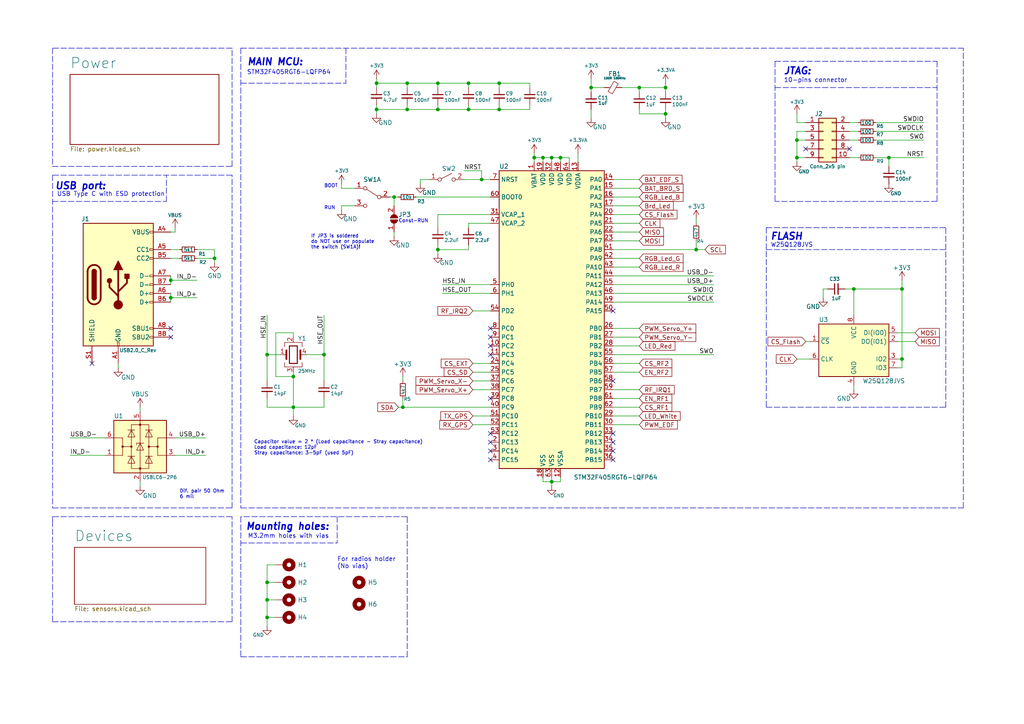
<source format=kicad_sch>
(kicad_sch (version 20211123) (generator eeschema)
  (paper "A4")
  (title_block (title "Amon board") (date "2023-02-15") (rev "2.2") (company " Tinta T.") (comment 1 "Project: Amon Lander"))
  (lib_symbols
    (symbol "Connector:USB_C_Receptacle_USB2.0" (pin_names (offset 1.016))
      (property "Reference" "J" (at -10.16 19.05 0))
      (property "Value" "USB_C_Receptacle_USB2.0" (at 19.05 19.05 0))
      (symbol "USB_C_Receptacle_USB2.0_1_1"
        (pin passive line (at 0 -22.86 90) (length 5.08) (name "GND") (number "A1"))
        (pin passive line (at 0 -22.86 90) (length 5.08) hide (name "GND") (number "A12"))
        (pin passive line (at 15.24 15.24 180) (length 5.08) (name "VBUS") (number "A4"))
        (pin bidirectional line (at 15.24 10.16 180) (length 5.08) (name "CC1") (number "A5"))
        (pin bidirectional line (at 15.24 -2.54 180) (length 5.08) (name "D+") (number "A6"))
        (pin bidirectional line (at 15.24 2.54 180) (length 5.08) (name "D-") (number "A7"))
        (pin bidirectional line (at 15.24 -12.7 180) (length 5.08) (name "SBU1") (number "A8"))
        (pin passive line (at 15.24 15.24 180) (length 5.08) hide (name "VBUS") (number "A9"))
        (pin passive line (at 0 -22.86 90) (length 5.08) hide (name "GND") (number "B1"))
        (pin passive line (at 0 -22.86 90) (length 5.08) hide (name "GND") (number "B12"))
        (pin passive line (at 15.24 15.24 180) (length 5.08) hide (name "VBUS") (number "B4"))
        (pin bidirectional line (at 15.24 7.62 180) (length 5.08) (name "CC2") (number "B5"))
        (pin bidirectional line (at 15.24 -5.08 180) (length 5.08) (name "D+") (number "B6"))
        (pin bidirectional line (at 15.24 0 180) (length 5.08) (name "D-") (number "B7"))
        (pin bidirectional line (at 15.24 -15.24 180) (length 5.08) (name "SBU2") (number "B8"))
        (pin passive line (at 15.24 15.24 180) (length 5.08) hide (name "VBUS") (number "B9"))
        (pin passive line (at -7.62 -22.86 90) (length 5.08) (name "SHIELD") (number "S1"))
      )
    )
    (symbol "Connector_Generic:Conn_02x05_Odd_Even" (pin_names (offset 1.016) hide)
      (property "Reference" "J" (at 1.27 7.62 0))
      (property "Value" "Conn_02x05_Odd_Even" (at 1.27 -7.62 0))
      (symbol "Conn_02x05_Odd_Even_1_1"
        (pin passive line (at -5.08 5.08 0) (length 3.81) (name "Pin_1") (number "1"))
        (pin passive line (at 7.62 -5.08 180) (length 3.81) (name "Pin_10") (number "10"))
        (pin passive line (at 7.62 5.08 180) (length 3.81) (name "Pin_2") (number "2"))
        (pin passive line (at -5.08 2.54 0) (length 3.81) (name "Pin_3") (number "3"))
        (pin passive line (at 7.62 2.54 180) (length 3.81) (name "Pin_4") (number "4"))
        (pin passive line (at -5.08 0 0) (length 3.81) (name "Pin_5") (number "5"))
        (pin passive line (at 7.62 0 180) (length 3.81) (name "Pin_6") (number "6"))
        (pin passive line (at -5.08 -2.54 0) (length 3.81) (name "Pin_7") (number "7"))
        (pin passive line (at 7.62 -2.54 180) (length 3.81) (name "Pin_8") (number "8"))
        (pin passive line (at -5.08 -5.08 0) (length 3.81) (name "Pin_9") (number "9"))
      )
    )
    (symbol "Device:C_Small" (pin_numbers hide) (pin_names (offset 0.254) hide)
      (property "Reference" "C" (at 0.254 1.778 0))
      (property "Value" "C_Small" (at 0.254 -2.032 0))
      (symbol "C_Small_1_1"
        (pin passive line (at 0 2.54 270) (length 2.032) (name "~") (number "1"))
        (pin passive line (at 0 -2.54 90) (length 2.032) (name "~") (number "2"))
      )
    )
    (symbol "Device:Crystal_GND23" (pin_names (offset 1.016) hide)
      (property "Reference" "Y" (at 3.175 5.08 0))
      (property "Value" "Crystal_GND23" (at 3.175 3.175 0))
      (symbol "Crystal_GND23_1_1"
        (pin passive line (at -3.81 0 0) (length 1.27) (name "1") (number "1"))
        (pin passive line (at 0 5.08 270) (length 1.27) (name "2") (number "2"))
        (pin passive line (at 0 -5.08 90) (length 1.27) (name "3") (number "3"))
        (pin passive line (at 3.81 0 180) (length 1.27) (name "4") (number "4"))
      )
    )
    (symbol "Device:FerriteBead_Small" (pin_numbers hide) (pin_names (offset 0))
      (property "Reference" "FB" (at 1.905 1.27 0))
      (property "Value" "FerriteBead_Small" (at 1.905 -1.27 0))
      (symbol "FerriteBead_Small_1_1"
        (pin passive line (at 0 2.54 270) (length 1.27) (name "~") (number "1"))
        (pin passive line (at 0 -2.54 90) (length 1.27) (name "~") (number "2"))
      )
    )
    (symbol "Device:R_Small" (pin_numbers hide) (pin_names (offset 0.254) hide)
      (property "Reference" "R" (at 0.762 0.508 0))
      (property "Value" "R_Small" (at 0.762 -1.016 0))
      (symbol "R_Small_1_1"
        (pin passive line (at 0 2.54 270) (length 0.762) (name "~") (number "1"))
        (pin passive line (at 0 -2.54 90) (length 0.762) (name "~") (number "2"))
      )
    )
    (symbol "Jumper:SolderJumper_2_Open" (pin_names (offset 0) hide)
      (property "Reference" "JP" (at 0 2.032 0))
      (property "Value" "SolderJumper_2_Open" (at 0 -2.54 0))
      (symbol "SolderJumper_2_Open_1_1"
        (pin passive line (at -3.81 0 0) (length 2.54) (name "A") (number "1"))
        (pin passive line (at 3.81 0 180) (length 2.54) (name "B") (number "2"))
      )
    )
    (symbol "MCU_ST_STM32F4:STM32F405RGTx"
      (property "Reference" "U" (at -15.24 44.45 0))
      (property "Value" "STM32F405RGTx" (at 10.16 44.45 0))
      (symbol "STM32F405RGTx_1_1"
        (pin power_in line (at -5.08 45.72 270) (length 2.54) (name "VBAT") (number "1"))
        (pin bidirectional line (at -17.78 -7.62 0) (length 2.54) (name "PC2") (number "10"))
        (pin bidirectional line (at -17.78 -10.16 0) (length 2.54) (name "PC3") (number "11"))
        (pin power_in line (at 2.54 -45.72 90) (length 2.54) (name "VSSA") (number "12"))
        (pin power_in line (at 7.62 45.72 270) (length 2.54) (name "VDDA") (number "13"))
        (pin bidirectional line (at 17.78 40.64 180) (length 2.54) (name "PA0") (number "14"))
        (pin bidirectional line (at 17.78 38.1 180) (length 2.54) (name "PA1") (number "15"))
        (pin bidirectional line (at 17.78 35.56 180) (length 2.54) (name "PA2") (number "16"))
        (pin bidirectional line (at 17.78 33.02 180) (length 2.54) (name "PA3") (number "17"))
        (pin power_in line (at -2.54 -45.72 90) (length 2.54) (name "VSS") (number "18"))
        (pin power_in line (at -2.54 45.72 270) (length 2.54) (name "VDD") (number "19"))
        (pin bidirectional line (at -17.78 -35.56 0) (length 2.54) (name "PC13") (number "2"))
        (pin bidirectional line (at 17.78 30.48 180) (length 2.54) (name "PA4") (number "20"))
        (pin bidirectional line (at 17.78 27.94 180) (length 2.54) (name "PA5") (number "21"))
        (pin bidirectional line (at 17.78 25.4 180) (length 2.54) (name "PA6") (number "22"))
        (pin bidirectional line (at 17.78 22.86 180) (length 2.54) (name "PA7") (number "23"))
        (pin bidirectional line (at -17.78 -12.7 0) (length 2.54) (name "PC4") (number "24"))
        (pin bidirectional line (at -17.78 -15.24 0) (length 2.54) (name "PC5") (number "25"))
        (pin bidirectional line (at 17.78 -2.54 180) (length 2.54) (name "PB0") (number "26"))
        (pin bidirectional line (at 17.78 -5.08 180) (length 2.54) (name "PB1") (number "27"))
        (pin bidirectional line (at 17.78 -7.62 180) (length 2.54) (name "PB2") (number "28"))
        (pin bidirectional line (at 17.78 -27.94 180) (length 2.54) (name "PB10") (number "29"))
        (pin bidirectional line (at -17.78 -38.1 0) (length 2.54) (name "PC14") (number "3"))
        (pin bidirectional line (at 17.78 -30.48 180) (length 2.54) (name "PB11") (number "30"))
        (pin power_in line (at -17.78 30.48 0) (length 2.54) (name "VCAP_1") (number "31"))
        (pin power_in line (at 0 45.72 270) (length 2.54) (name "VDD") (number "32"))
        (pin bidirectional line (at 17.78 -33.02 180) (length 2.54) (name "PB12") (number "33"))
        (pin bidirectional line (at 17.78 -35.56 180) (length 2.54) (name "PB13") (number "34"))
        (pin bidirectional line (at 17.78 -38.1 180) (length 2.54) (name "PB14") (number "35"))
        (pin bidirectional line (at 17.78 -40.64 180) (length 2.54) (name "PB15") (number "36"))
        (pin bidirectional line (at -17.78 -17.78 0) (length 2.54) (name "PC6") (number "37"))
        (pin bidirectional line (at -17.78 -20.32 0) (length 2.54) (name "PC7") (number "38"))
        (pin bidirectional line (at -17.78 -22.86 0) (length 2.54) (name "PC8") (number "39"))
        (pin bidirectional line (at -17.78 -40.64 0) (length 2.54) (name "PC15") (number "4"))
        (pin bidirectional line (at -17.78 -25.4 0) (length 2.54) (name "PC9") (number "40"))
        (pin bidirectional line (at 17.78 20.32 180) (length 2.54) (name "PA8") (number "41"))
        (pin bidirectional line (at 17.78 17.78 180) (length 2.54) (name "PA9") (number "42"))
        (pin bidirectional line (at 17.78 15.24 180) (length 2.54) (name "PA10") (number "43"))
        (pin bidirectional line (at 17.78 12.7 180) (length 2.54) (name "PA11") (number "44"))
        (pin bidirectional line (at 17.78 10.16 180) (length 2.54) (name "PA12") (number "45"))
        (pin bidirectional line (at 17.78 7.62 180) (length 2.54) (name "PA13") (number "46"))
        (pin power_in line (at -17.78 27.94 0) (length 2.54) (name "VCAP_2") (number "47"))
        (pin power_in line (at 2.54 45.72 270) (length 2.54) (name "VDD") (number "48"))
        (pin bidirectional line (at 17.78 5.08 180) (length 2.54) (name "PA14") (number "49"))
        (pin input line (at -17.78 10.16 0) (length 2.54) (name "PH0") (number "5"))
        (pin bidirectional line (at 17.78 2.54 180) (length 2.54) (name "PA15") (number "50"))
        (pin bidirectional line (at -17.78 -27.94 0) (length 2.54) (name "PC10") (number "51"))
        (pin bidirectional line (at -17.78 -30.48 0) (length 2.54) (name "PC11") (number "52"))
        (pin bidirectional line (at -17.78 -33.02 0) (length 2.54) (name "PC12") (number "53"))
        (pin bidirectional line (at -17.78 2.54 0) (length 2.54) (name "PD2") (number "54"))
        (pin bidirectional line (at 17.78 -10.16 180) (length 2.54) (name "PB3") (number "55"))
        (pin bidirectional line (at 17.78 -12.7 180) (length 2.54) (name "PB4") (number "56"))
        (pin bidirectional line (at 17.78 -15.24 180) (length 2.54) (name "PB5") (number "57"))
        (pin bidirectional line (at 17.78 -17.78 180) (length 2.54) (name "PB6") (number "58"))
        (pin bidirectional line (at 17.78 -20.32 180) (length 2.54) (name "PB7") (number "59"))
        (pin input line (at -17.78 7.62 0) (length 2.54) (name "PH1") (number "6"))
        (pin input line (at -17.78 35.56 0) (length 2.54) (name "BOOT0") (number "60"))
        (pin bidirectional line (at 17.78 -22.86 180) (length 2.54) (name "PB8") (number "61"))
        (pin bidirectional line (at 17.78 -25.4 180) (length 2.54) (name "PB9") (number "62"))
        (pin power_in line (at 0 -45.72 90) (length 2.54) (name "VSS") (number "63"))
        (pin power_in line (at 5.08 45.72 270) (length 2.54) (name "VDD") (number "64"))
        (pin input line (at -17.78 40.64 0) (length 2.54) (name "NRST") (number "7"))
        (pin bidirectional line (at -17.78 -2.54 0) (length 2.54) (name "PC0") (number "8"))
        (pin bidirectional line (at -17.78 -5.08 0) (length 2.54) (name "PC1") (number "9"))
      )
    )
    (symbol "Mechanical:MountingHole" (pin_names (offset 1.016))
      (property "Reference" "H" (at 0 5.08 0))
      (property "Value" "MountingHole" (at 0 3.175 0))
    )
    (symbol "Mechanical:MountingHole_Pad" (pin_numbers hide) (pin_names (offset 1.016) hide)
      (property "Reference" "H" (at 0 6.35 0))
      (property "Value" "MountingHole_Pad" (at 0 4.445 0))
      (symbol "MountingHole_Pad_1_1"
        (pin input line (at 0 -2.54 90) (length 2.54) (name "1") (number "1"))
      )
    )
    (symbol "Memory_Flash:W25Q128JVS"
      (property "Reference" "U" (at -8.89 8.89 0))
      (property "Value" "W25Q128JVS" (at 7.62 8.89 0))
      (symbol "W25Q128JVS_1_1"
        (pin input line (at -12.7 2.54 0) (length 2.54) (name "~{CS}") (number "1"))
        (pin bidirectional line (at 12.7 2.54 180) (length 2.54) (name "DO(IO1)") (number "2"))
        (pin bidirectional line (at 12.7 -2.54 180) (length 2.54) (name "IO2") (number "3"))
        (pin power_in line (at 0 -10.16 90) (length 2.54) (name "GND") (number "4"))
        (pin bidirectional line (at 12.7 5.08 180) (length 2.54) (name "DI(IO0)") (number "5"))
        (pin input line (at -12.7 -2.54 0) (length 2.54) (name "CLK") (number "6"))
        (pin bidirectional line (at 12.7 -5.08 180) (length 2.54) (name "IO3") (number "7"))
        (pin power_in line (at 0 10.16 270) (length 2.54) (name "VCC") (number "8"))
      )
    )
    (symbol "Power_Protection:USBLC6-2P6" (pin_names hide)
      (property "Reference" "U" (at 2.54 8.89 0))
      (property "Value" "USBLC6-2P6" (at 2.54 -8.89 0))
      (symbol "USBLC6-2P6_1_1"
        (pin passive line (at -10.16 -2.54 0) (length 2.54) (name "I/O1") (number "1"))
        (pin passive line (at 0 -10.16 90) (length 2.54) (name "GND") (number "2"))
        (pin passive line (at 10.16 -2.54 180) (length 2.54) (name "I/O2") (number "3"))
        (pin passive line (at 10.16 2.54 180) (length 2.54) (name "I/O2") (number "4"))
        (pin passive line (at 0 10.16 270) (length 2.54) (name "VBUS") (number "5"))
        (pin passive line (at -10.16 2.54 0) (length 2.54) (name "I/O1") (number "6"))
      )
    )
    (symbol "Switch:SW_DPDT_x2" (pin_names (offset 0) hide)
      (property "Reference" "SW" (at 0 4.318 0))
      (property "Value" "SW_DPDT_x2" (at 0 -5.08 0))
      (symbol "SW_DPDT_x2_1_1"
        (pin passive line (at 5.08 2.54 180) (length 2.54) (name "A") (number "1"))
        (pin passive line (at -5.08 0 0) (length 2.54) (name "B") (number "2"))
        (pin passive line (at 5.08 -2.54 180) (length 2.54) (name "C") (number "3"))
      )
      (symbol "SW_DPDT_x2_2_1"
        (pin passive line (at 5.08 2.54 180) (length 2.54) (name "A") (number "4"))
        (pin passive line (at -5.08 0 0) (length 2.54) (name "B") (number "5"))
        (pin passive line (at 5.08 -2.54 180) (length 2.54) (name "C") (number "6"))
      )
    )
    (symbol "Switch:SW_SPST" (pin_names (offset 0) hide)
      (property "Reference" "SW" (at 0 3.175 0))
      (property "Value" "SW_SPST" (at 0 -2.54 0))
      (symbol "SW_SPST_1_1"
        (pin passive line (at -5.08 0 0) (length 2.54) (name "A") (number "1"))
        (pin passive line (at 5.08 0 180) (length 2.54) (name "B") (number "2"))
      )
    )
    (symbol "power:+3.3V" (power) (pin_names (offset 0))
      (property "Value" "+3.3V" (at 0 3.556 0))
      (symbol "+3.3V_1_1"
        (pin power_in line (at 0 0 90) (length 0) hide (name "+3V3") (number "1"))
      )
    )
    (symbol "power:+3.3VA" (power) (pin_names (offset 0))
      (property "Value" "+3.3VA" (at 0 3.556 0))
      (symbol "+3.3VA_1_1"
        (pin power_in line (at 0 0 90) (length 0) hide (name "+3.3VA") (number "1"))
      )
    )
    (symbol "power:GND" (power) (pin_names (offset 0))
      (property "Value" "GND" (at 0 -3.81 0))
      (symbol "GND_1_1"
        (pin power_in line (at 0 0 270) (length 0) hide (name "GND") (number "1"))
      )
    )
    (symbol "power:VBUS" (power) (pin_names (offset 0))
      (property "Value" "VBUS" (at 0 3.81 0))
      (symbol "VBUS_1_1"
        (pin power_in line (at 0 0 90) (length 0) hide (name "VBUS") (number "1"))
      )
    )
  )
  (junction (at 77.47 168.91))
  (junction (at 93.98 102.87))
  (junction (at 116.84 118.11))
  (junction (at 49.53 86.36))
  (junction (at 114.3 57.15))
  (junction (at 85.09 118.11))
  (junction (at 231.14 45.72))
  (junction (at 162.56 45.72))
  (junction (at 135.89 31.75))
  (junction (at 144.78 31.75))
  (junction (at 49.53 81.28))
  (junction (at 231.14 40.64))
  (junction (at 154.94 45.72))
  (junction (at 62.23 74.93))
  (junction (at 157.48 45.72))
  (junction (at 193.04 25.4))
  (junction (at 77.47 173.99))
  (junction (at 118.11 24.13))
  (junction (at 201.93 72.39))
  (junction (at 118.11 31.75))
  (junction (at 257.81 45.72))
  (junction (at 144.78 24.13))
  (junction (at 135.89 24.13))
  (junction (at 127 24.13))
  (junction (at 185.42 25.4))
  (junction (at 85.09 109.22))
  (junction (at 160.02 45.72))
  (junction (at 261.62 83.82))
  (junction (at 77.47 179.07))
  (junction (at 109.22 24.13))
  (junction (at 127 72.39))
  (junction (at 77.47 102.87))
  (junction (at 160.02 139.7))
  (junction (at 193.04 33.02))
  (junction (at 139.7 52.07))
  (junction (at 261.62 104.14))
  (junction (at 127 31.75))
  (junction (at 247.65 83.82))
  (junction (at 171.45 25.4))
  (junction (at 109.22 31.75))
  (no_connect (at 26.67 105.41))
  (no_connect (at 233.68 43.18))
  (no_connect (at 49.53 97.79))
  (no_connect (at 49.53 95.25))
  (no_connect (at 246.38 43.18))
  (no_connect (at 142.24 115.57))
  (no_connect (at 142.24 102.87))
  (no_connect (at 142.24 125.73))
  (no_connect (at 142.24 128.27))
  (no_connect (at 142.24 130.81))
  (no_connect (at 142.24 133.35))
  (no_connect (at 142.24 95.25))
  (no_connect (at 142.24 97.79))
  (no_connect (at 142.24 100.33))
  (no_connect (at 177.8 125.73))
  (no_connect (at 177.8 128.27))
  (no_connect (at 177.8 130.81))
  (no_connect (at 177.8 133.35))
  (no_connect (at 177.8 110.49))
  (no_connect (at 177.8 90.17))
  (wire (pts (xy 177.8 59.69) (xy 185.42 59.69)))
  (wire (pts (xy 102.87 59.69) (xy 99.06 59.69)))
  (wire (pts (xy 128.27 85.09) (xy 142.24 85.09)))
  (wire (pts (xy 247.65 83.82) (xy 261.62 83.82)))
  (wire (pts (xy 114.3 67.31) (xy 114.3 68.58)))
  (wire (pts (xy 240.03 83.82) (xy 238.76 83.82)))
  (wire (pts (xy 245.11 83.82) (xy 247.65 83.82)))
  (wire (pts (xy 118.11 25.4) (xy 118.11 24.13)))
  (polyline (pts (xy 15.24 151.13) (xy 15.24 180.34)))
  (wire (pts (xy 201.93 69.85) (xy 201.93 72.39)))
  (wire (pts (xy 116.84 118.11) (xy 142.24 118.11)))
  (wire (pts (xy 261.62 83.82) (xy 261.62 81.28)))
  (wire (pts (xy 177.8 105.41) (xy 185.42 105.41)))
  (wire (pts (xy 109.22 30.48) (xy 109.22 31.75)))
  (wire (pts (xy 233.68 38.1) (xy 231.14 38.1)))
  (wire (pts (xy 93.98 91.44) (xy 93.98 102.87)))
  (polyline (pts (xy 69.85 13.97) (xy 69.85 147.32)))
  (wire (pts (xy 153.67 31.75) (xy 144.78 31.75)))
  (wire (pts (xy 238.76 83.82) (xy 238.76 86.36)))
  (wire (pts (xy 99.06 53.34) (xy 99.06 54.61)))
  (wire (pts (xy 185.42 26.67) (xy 185.42 25.4)))
  (wire (pts (xy 177.8 100.33) (xy 185.42 100.33)))
  (wire (pts (xy 49.53 86.36) (xy 49.53 87.63)))
  (polyline (pts (xy 118.11 190.5) (xy 118.11 149.86)))
  (wire (pts (xy 139.7 49.53) (xy 139.7 52.07)))
  (wire (pts (xy 193.04 33.02) (xy 193.04 34.29)))
  (wire (pts (xy 180.34 25.4) (xy 185.42 25.4)))
  (wire (pts (xy 177.8 72.39) (xy 201.93 72.39)))
  (wire (pts (xy 171.45 22.86) (xy 171.45 25.4)))
  (polyline (pts (xy 69.85 190.5) (xy 118.11 190.5)))
  (wire (pts (xy 157.48 139.7) (xy 160.02 139.7)))
  (wire (pts (xy 40.64 140.97) (xy 40.64 139.7)))
  (wire (pts (xy 177.8 85.09) (xy 207.01 85.09)))
  (polyline (pts (xy 69.85 149.86) (xy 69.85 190.5)))
  (wire (pts (xy 127 71.12) (xy 127 72.39)))
  (wire (pts (xy 57.15 74.93) (xy 62.23 74.93)))
  (wire (pts (xy 157.48 138.43) (xy 157.48 139.7)))
  (wire (pts (xy 127 62.23) (xy 127 66.04)))
  (wire (pts (xy 109.22 24.13) (xy 109.22 25.4)))
  (wire (pts (xy 85.09 97.79) (xy 85.09 96.52)))
  (wire (pts (xy 137.16 120.65) (xy 142.24 120.65)))
  (wire (pts (xy 193.04 25.4) (xy 193.04 26.67)))
  (polyline (pts (xy 69.85 13.97) (xy 279.4 13.97)))
  (wire (pts (xy 154.94 45.72) (xy 157.48 45.72)))
  (wire (pts (xy 177.8 52.07) (xy 185.42 52.07)))
  (polyline (pts (xy 274.32 118.11) (xy 274.32 66.04)))
  (wire (pts (xy 246.38 45.72) (xy 248.92 45.72)))
  (wire (pts (xy 231.14 45.72) (xy 231.14 46.99)))
  (wire (pts (xy 20.32 132.08) (xy 30.48 132.08)))
  (wire (pts (xy 144.78 30.48) (xy 144.78 31.75)))
  (wire (pts (xy 246.38 38.1) (xy 248.92 38.1)))
  (wire (pts (xy 153.67 25.4) (xy 153.67 24.13)))
  (wire (pts (xy 160.02 45.72) (xy 157.48 45.72)))
  (wire (pts (xy 162.56 139.7) (xy 160.02 139.7)))
  (wire (pts (xy 49.53 81.28) (xy 49.53 82.55)))
  (wire (pts (xy 49.53 85.09) (xy 49.53 86.36)))
  (polyline (pts (xy 15.24 149.86) (xy 15.24 151.13)))
  (wire (pts (xy 62.23 74.93) (xy 62.23 76.2)))
  (polyline (pts (xy 222.25 66.04) (xy 222.25 118.11)))
  (wire (pts (xy 177.8 80.01) (xy 207.01 80.01)))
  (wire (pts (xy 34.29 105.41) (xy 34.29 106.68)))
  (wire (pts (xy 57.15 72.39) (xy 62.23 72.39)))
  (wire (pts (xy 50.8 132.08) (xy 59.69 132.08)))
  (wire (pts (xy 118.11 30.48) (xy 118.11 31.75)))
  (wire (pts (xy 233.68 99.06) (xy 234.95 99.06)))
  (wire (pts (xy 142.24 62.23) (xy 127 62.23)))
  (wire (pts (xy 231.14 45.72) (xy 233.68 45.72)))
  (wire (pts (xy 62.23 72.39) (xy 62.23 74.93)))
  (wire (pts (xy 137.16 110.49) (xy 142.24 110.49)))
  (wire (pts (xy 177.8 118.11) (xy 185.42 118.11)))
  (wire (pts (xy 139.7 52.07) (xy 142.24 52.07)))
  (wire (pts (xy 260.35 96.52) (xy 265.43 96.52)))
  (wire (pts (xy 231.14 104.14) (xy 234.95 104.14)))
  (wire (pts (xy 177.8 82.55) (xy 207.01 82.55)))
  (wire (pts (xy 114.3 57.15) (xy 114.3 59.69)))
  (wire (pts (xy 167.64 44.45) (xy 167.64 46.99)))
  (wire (pts (xy 77.47 102.87) (xy 77.47 110.49)))
  (wire (pts (xy 177.8 69.85) (xy 185.42 69.85)))
  (wire (pts (xy 160.02 139.7) (xy 160.02 138.43)))
  (wire (pts (xy 127 30.48) (xy 127 31.75)))
  (wire (pts (xy 50.8 127) (xy 59.69 127)))
  (polyline (pts (xy 67.31 48.26) (xy 67.31 13.97)))
  (wire (pts (xy 162.56 46.99) (xy 162.56 45.72)))
  (polyline (pts (xy 67.31 13.97) (xy 15.24 13.97)))
  (wire (pts (xy 153.67 30.48) (xy 153.67 31.75)))
  (wire (pts (xy 137.16 90.17) (xy 142.24 90.17)))
  (wire (pts (xy 154.94 44.45) (xy 154.94 45.72)))
  (wire (pts (xy 171.45 25.4) (xy 171.45 26.67)))
  (wire (pts (xy 77.47 173.99) (xy 80.01 173.99)))
  (wire (pts (xy 254 45.72) (xy 257.81 45.72)))
  (wire (pts (xy 113.03 57.15) (xy 114.3 57.15)))
  (wire (pts (xy 144.78 24.13) (xy 135.89 24.13)))
  (wire (pts (xy 177.8 54.61) (xy 185.42 54.61)))
  (wire (pts (xy 121.92 52.07) (xy 121.92 53.34)))
  (wire (pts (xy 99.06 59.69) (xy 99.06 60.96)))
  (wire (pts (xy 77.47 163.83) (xy 80.01 163.83)))
  (wire (pts (xy 114.3 57.15) (xy 115.57 57.15)))
  (wire (pts (xy 177.8 87.63) (xy 207.01 87.63)))
  (wire (pts (xy 85.09 109.22) (xy 85.09 107.95)))
  (polyline (pts (xy 224.79 25.4) (xy 271.78 25.4)))
  (polyline (pts (xy 69.85 157.48) (xy 97.79 157.48)))
  (wire (pts (xy 93.98 102.87) (xy 88.9 102.87)))
  (polyline (pts (xy 222.25 72.39) (xy 274.32 72.39)))
  (wire (pts (xy 160.02 46.99) (xy 160.02 45.72)))
  (wire (pts (xy 177.8 74.93) (xy 185.42 74.93)))
  (wire (pts (xy 231.14 40.64) (xy 231.14 45.72)))
  (wire (pts (xy 20.32 127) (xy 30.48 127)))
  (wire (pts (xy 134.62 52.07) (xy 139.7 52.07)))
  (wire (pts (xy 137.16 123.19) (xy 142.24 123.19)))
  (wire (pts (xy 185.42 33.02) (xy 193.04 33.02)))
  (wire (pts (xy 49.53 67.31) (xy 50.8 67.31)))
  (wire (pts (xy 127 25.4) (xy 127 24.13)))
  (wire (pts (xy 177.8 102.87) (xy 207.01 102.87)))
  (wire (pts (xy 177.8 95.25) (xy 185.42 95.25)))
  (wire (pts (xy 77.47 118.11) (xy 85.09 118.11)))
  (wire (pts (xy 128.27 82.55) (xy 142.24 82.55)))
  (wire (pts (xy 231.14 40.64) (xy 233.68 40.64)))
  (wire (pts (xy 49.53 72.39) (xy 52.07 72.39)))
  (wire (pts (xy 134.62 49.53) (xy 139.7 49.53)))
  (wire (pts (xy 49.53 74.93) (xy 52.07 74.93)))
  (wire (pts (xy 177.8 123.19) (xy 185.42 123.19)))
  (wire (pts (xy 177.8 64.77) (xy 185.42 64.77)))
  (wire (pts (xy 261.62 106.68) (xy 261.62 104.14)))
  (wire (pts (xy 177.8 120.65) (xy 185.42 120.65)))
  (wire (pts (xy 177.8 115.57) (xy 185.42 115.57)))
  (polyline (pts (xy 67.31 149.86) (xy 15.24 149.86)))
  (wire (pts (xy 116.84 115.57) (xy 116.84 118.11)))
  (wire (pts (xy 135.89 31.75) (xy 127 31.75)))
  (polyline (pts (xy 97.79 149.86) (xy 97.79 157.48)))
  (wire (pts (xy 85.09 118.11) (xy 93.98 118.11)))
  (wire (pts (xy 137.16 105.41) (xy 142.24 105.41)))
  (wire (pts (xy 127 72.39) (xy 127 73.66)))
  (wire (pts (xy 77.47 168.91) (xy 80.01 168.91)))
  (wire (pts (xy 77.47 181.61) (xy 77.47 179.07)))
  (wire (pts (xy 177.8 113.03) (xy 185.42 113.03)))
  (wire (pts (xy 40.64 118.11) (xy 40.64 119.38)))
  (wire (pts (xy 201.93 64.77) (xy 201.93 63.5)))
  (wire (pts (xy 153.67 24.13) (xy 144.78 24.13)))
  (polyline (pts (xy 15.24 50.8) (xy 15.24 147.32)))
  (polyline (pts (xy 222.25 118.11) (xy 274.32 118.11)))
  (polyline (pts (xy 67.31 50.8) (xy 15.24 50.8)))
  (wire (pts (xy 247.65 83.82) (xy 247.65 91.44)))
  (wire (pts (xy 177.8 62.23) (xy 185.42 62.23)))
  (wire (pts (xy 109.22 31.75) (xy 109.22 33.02)))
  (wire (pts (xy 185.42 31.75) (xy 185.42 33.02)))
  (wire (pts (xy 246.38 35.56) (xy 248.92 35.56)))
  (polyline (pts (xy 271.78 58.42) (xy 224.79 58.42)))
  (wire (pts (xy 201.93 72.39) (xy 204.47 72.39)))
  (wire (pts (xy 154.94 46.99) (xy 154.94 45.72)))
  (wire (pts (xy 77.47 168.91) (xy 77.47 163.83)))
  (wire (pts (xy 231.14 33.02) (xy 231.14 35.56)))
  (wire (pts (xy 261.62 104.14) (xy 261.62 83.82)))
  (wire (pts (xy 246.38 40.64) (xy 248.92 40.64)))
  (polyline (pts (xy 69.85 147.32) (xy 279.4 147.32)))
  (wire (pts (xy 124.46 52.07) (xy 121.92 52.07)))
  (wire (pts (xy 165.1 45.72) (xy 162.56 45.72)))
  (wire (pts (xy 137.16 107.95) (xy 142.24 107.95)))
  (polyline (pts (xy 222.25 66.04) (xy 274.32 66.04)))
  (wire (pts (xy 193.04 24.13) (xy 193.04 25.4)))
  (polyline (pts (xy 67.31 180.34) (xy 67.31 149.86)))
  (wire (pts (xy 116.84 109.22) (xy 116.84 110.49)))
  (wire (pts (xy 80.01 96.52) (xy 80.01 109.22)))
  (polyline (pts (xy 69.85 24.13) (xy 100.33 24.13)))
  (wire (pts (xy 177.8 107.95) (xy 185.42 107.95)))
  (wire (pts (xy 77.47 179.07) (xy 80.01 179.07)))
  (wire (pts (xy 257.81 45.72) (xy 267.97 45.72)))
  (wire (pts (xy 135.89 25.4) (xy 135.89 24.13)))
  (wire (pts (xy 142.24 64.77) (xy 135.89 64.77)))
  (polyline (pts (xy 100.33 13.97) (xy 100.33 24.13)))
  (wire (pts (xy 171.45 31.75) (xy 171.45 34.29)))
  (wire (pts (xy 254 35.56) (xy 267.97 35.56)))
  (polyline (pts (xy 15.24 13.97) (xy 15.24 48.26)))
  (wire (pts (xy 257.81 45.72) (xy 257.81 48.26)))
  (wire (pts (xy 127 31.75) (xy 118.11 31.75)))
  (wire (pts (xy 135.89 24.13) (xy 127 24.13)))
  (wire (pts (xy 185.42 25.4) (xy 193.04 25.4)))
  (wire (pts (xy 144.78 31.75) (xy 135.89 31.75)))
  (wire (pts (xy 135.89 30.48) (xy 135.89 31.75)))
  (wire (pts (xy 177.8 67.31) (xy 185.42 67.31)))
  (wire (pts (xy 260.35 106.68) (xy 261.62 106.68)))
  (wire (pts (xy 254 38.1) (xy 267.97 38.1)))
  (polyline (pts (xy 48.26 58.42) (xy 48.26 50.8)))
  (wire (pts (xy 247.65 111.76) (xy 247.65 113.03)))
  (wire (pts (xy 177.8 77.47) (xy 185.42 77.47)))
  (wire (pts (xy 93.98 102.87) (xy 93.98 110.49)))
  (wire (pts (xy 231.14 38.1) (xy 231.14 40.64)))
  (wire (pts (xy 231.14 35.56) (xy 233.68 35.56)))
  (wire (pts (xy 127 72.39) (xy 135.89 72.39)))
  (wire (pts (xy 93.98 118.11) (xy 93.98 115.57)))
  (polyline (pts (xy 67.31 147.32) (xy 67.31 50.8)))
  (wire (pts (xy 135.89 64.77) (xy 135.89 66.04)))
  (wire (pts (xy 85.09 118.11) (xy 85.09 120.65)))
  (wire (pts (xy 160.02 139.7) (xy 160.02 140.97)))
  (wire (pts (xy 127 24.13) (xy 118.11 24.13)))
  (polyline (pts (xy 224.79 17.78) (xy 224.79 58.42)))
  (polyline (pts (xy 224.79 17.78) (xy 271.78 17.78)))
  (wire (pts (xy 77.47 115.57) (xy 77.47 118.11)))
  (polyline (pts (xy 15.24 180.34) (xy 67.31 180.34)))
  (wire (pts (xy 162.56 45.72) (xy 160.02 45.72)))
  (wire (pts (xy 137.16 113.03) (xy 142.24 113.03)))
  (wire (pts (xy 77.47 102.87) (xy 81.28 102.87)))
  (wire (pts (xy 135.89 72.39) (xy 135.89 71.12)))
  (wire (pts (xy 85.09 109.22) (xy 85.09 118.11)))
  (polyline (pts (xy 271.78 17.78) (xy 271.78 58.42)))
  (wire (pts (xy 109.22 22.86) (xy 109.22 24.13)))
  (wire (pts (xy 118.11 24.13) (xy 109.22 24.13)))
  (wire (pts (xy 77.47 91.44) (xy 77.47 102.87)))
  (polyline (pts (xy 15.24 147.32) (xy 67.31 147.32)))
  (wire (pts (xy 157.48 45.72) (xy 157.48 46.99)))
  (wire (pts (xy 50.8 67.31) (xy 50.8 66.04)))
  (wire (pts (xy 171.45 25.4) (xy 175.26 25.4)))
  (wire (pts (xy 144.78 25.4) (xy 144.78 24.13)))
  (wire (pts (xy 85.09 96.52) (xy 80.01 96.52)))
  (wire (pts (xy 49.53 81.28) (xy 57.15 81.28)))
  (wire (pts (xy 177.8 97.79) (xy 185.42 97.79)))
  (wire (pts (xy 177.8 57.15) (xy 185.42 57.15)))
  (wire (pts (xy 260.35 99.06) (xy 265.43 99.06)))
  (wire (pts (xy 162.56 138.43) (xy 162.56 139.7)))
  (polyline (pts (xy 118.11 149.86) (xy 69.85 149.86)))
  (wire (pts (xy 165.1 46.99) (xy 165.1 45.72)))
  (wire (pts (xy 49.53 80.01) (xy 49.53 81.28)))
  (wire (pts (xy 260.35 104.14) (xy 261.62 104.14)))
  (wire (pts (xy 77.47 173.99) (xy 77.47 168.91)))
  (polyline (pts (xy 15.24 48.26) (xy 67.31 48.26)))
  (wire (pts (xy 80.01 109.22) (xy 85.09 109.22)))
  (wire (pts (xy 77.47 179.07) (xy 77.47 173.99)))
  (polyline (pts (xy 15.24 58.42) (xy 48.26 58.42)))
  (wire (pts (xy 49.53 86.36) (xy 57.15 86.36)))
  (wire (pts (xy 118.11 31.75) (xy 109.22 31.75)))
  (wire (pts (xy 99.06 54.61) (xy 102.87 54.61)))
  (wire (pts (xy 120.65 57.15) (xy 142.24 57.15)))
  (wire (pts (xy 254 40.64) (xy 267.97 40.64)))
  (wire (pts (xy 115.57 118.11) (xy 116.84 118.11)))
  (wire (pts (xy 193.04 31.75) (xy 193.04 33.02)))
  (polyline (pts (xy 279.4 147.32) (xy 279.4 13.97)))
  (text "W25Q128JVS" (at 223.5239 71.8954 0) (effects (font (size 1.27 1.27)) (justify left bottom)))
  (text "10-pins connector" (at 227.33 24.13 0) (effects (font (size 1.27 1.27)) (justify left bottom)))
  (text "If JP3 is soldered\ndo NOT use or populate\nthe switch (SW1A)!" (at 90.17 72.39 0) (effects (font (size 1 1)) (justify left bottom)))
  (text "Capacitor value = 2 * (Load capacitance - Stray capacitance)\nLoad capacitance: 12pF\nStray capacitance: 3-5pF (used 5pF)\n" (at 73.66 132.08 0) (effects (font (size 1 1)) (justify left bottom)))
  (text "RUN" (at 93.98 60.96 0) (effects (font (size 1 1)) (justify left bottom)))
  (text "JTAG:" (at 227.215 21.9167 0) (effects (font (size 2 2) (thickness 0.4) bold italic) (justify left bottom)))
  (text "M3.2mm holes with vias" (at 71.8577 156.3245 0) (effects (font (size 1.27 1.27)) (justify left bottom)))
  (text "Dif. pair 50 Ohm\n6 mil" (at 52.07 144.78 0) (effects (font (size 1 1)) (justify left bottom)))
  (text "USB port:" (at 15.875 55.245 0) (effects (font (size 2 2) (thickness 0.4) bold italic) (justify left bottom)))
  (text "Const-RUN" (at 115.57 64.77 0) (effects (font (size 1 1)) (justify left bottom)))
  (text "FLASH" (at 223.3808 69.8924 0) (effects (font (size 2 2) (thickness 0.4) bold italic) (justify left bottom)))
  (text "Mounting holes:" (at 71.2227 154.0315 0) (effects (font (size 2 2) (thickness 0.4) bold italic) (justify left bottom)))
  (text "MAIN MCU:" (at 71.5974 19.2832 0) (effects (font (size 2 2) (thickness 0.4) bold italic) (justify left bottom)))
  (text "USB Type C with ESD protection" (at 16.51 57.15 0) (effects (font (size 1.27 1.27)) (justify left bottom)))
  (text "BOOT" (at 93.98 54.61 0) (effects (font (size 1 1)) (justify left bottom)))
  (text "For radios holder\n(No vias)" (at 97.79 165.1 0) (effects (font (size 1.27 1.27)) (justify left bottom)))
  (text "STM32F405RGT6-LQFP64" (at 71.5974 21.8232 0) (effects (font (size 1.27 1.27)) (justify left bottom)))
  (label "HSE_IN" (at 77.47 91.44 270))
  (label "NRST" (at 134.62 49.53 0))
  (label "IN_D-" (at 20.32 132.08 0))
  (label "IN_D+" (at 57.15 86.36 180))
  (label "SWDIO" (at 267.97 35.56 180))
  (label "SWDCLK" (at 207.01 87.63 180))
  (label "IN_D+" (at 59.69 132.08 180))
  (label "SWO" (at 207.01 102.87 180))
  (label "SWDIO" (at 207.01 85.09 180))
  (label "NRST" (at 267.97 45.72 180))
  (label "SWDCLK" (at 267.97 38.1 180))
  (label "SWO" (at 267.97 40.64 180))
  (label "HSE_OUT" (at 93.98 91.44 270))
  (label "USB_D-" (at 207.01 80.01 180))
  (label "USB_D-" (at 20.32 127 0))
  (label "HSE_OUT" (at 128.27 85.09 0))
  (label "USB_D+" (at 59.69 127 180))
  (label "IN_D-" (at 57.15 81.28 180))
  (label "USB_D+" (at 207.01 82.55 180))
  (label "HSE_IN" (at 128.27 82.55 0))
  (global_label "PWM_EDF" (shape input) (at 185.42 123.19 0) (property "Intersheet References" "${INTERSHEET_REFS}" (effects hide)))
  (global_label "SDA" (shape input) (at 115.57 118.11 180) (property "Intersheet References" "${INTERSHEET_REFS}" (effects hide)))
  (global_label "RGB_Led_R" (shape input) (at 185.42 77.47 0) (property "Intersheet References" "${INTERSHEET_REFS}" (effects hide)))
  (global_label "EN_RF2" (shape input) (at 185.42 107.95 0) (property "Intersheet References" "${INTERSHEET_REFS}" (effects hide)))
  (global_label "CS_SD" (shape input) (at 137.16 107.95 180) (property "Intersheet References" "${INTERSHEET_REFS}" (effects hide)))
  (global_label "BAT_EDF_S" (shape input) (at 185.42 52.07 0) (property "Intersheet References" "${INTERSHEET_REFS}" (effects hide)))
  (global_label "CS_Flash" (shape input) (at 233.68 99.06 180) (property "Intersheet References" "${INTERSHEET_REFS}" (effects hide)))
  (global_label "PWM_Servo_Y+" (shape input) (at 185.42 95.25 0) (property "Intersheet References" "${INTERSHEET_REFS}" (effects hide)))
  (global_label "RF_IRQ2" (shape input) (at 137.16 90.17 180) (property "Intersheet References" "${INTERSHEET_REFS}" (effects hide)))
  (global_label "EN_RF1" (shape input) (at 185.42 115.57 0) (property "Intersheet References" "${INTERSHEET_REFS}" (effects hide)))
  (global_label "TX_GPS" (shape input) (at 137.16 120.65 180) (property "Intersheet References" "${INTERSHEET_REFS}" (effects hide)))
  (global_label "CS_EXT" (shape input) (at 137.16 105.41 180) (property "Intersheet References" "${INTERSHEET_REFS}" (effects hide)))
  (global_label "CS_RF1" (shape input) (at 185.42 118.11 0) (property "Intersheet References" "${INTERSHEET_REFS}" (effects hide)))
  (global_label "MOSI" (shape input) (at 185.42 69.85 0) (property "Intersheet References" "${INTERSHEET_REFS}" (effects hide)))
  (global_label "RGB_Led_G" (shape input) (at 185.42 74.93 0) (property "Intersheet References" "${INTERSHEET_REFS}" (effects hide)))
  (global_label "LED_Red" (shape input) (at 185.42 100.33 0) (property "Intersheet References" "${INTERSHEET_REFS}" (effects hide)))
  (global_label "RF_IRQ1" (shape input) (at 185.42 113.03 0) (property "Intersheet References" "${INTERSHEET_REFS}" (effects hide)))
  (global_label "MISO" (shape input) (at 265.43 99.06 0) (property "Intersheet References" "${INTERSHEET_REFS}" (effects hide)))
  (global_label "MOSI" (shape input) (at 265.43 96.52 0) (property "Intersheet References" "${INTERSHEET_REFS}" (effects hide)))
  (global_label "Brd_Led" (shape input) (at 185.42 59.69 0) (property "Intersheet References" "${INTERSHEET_REFS}" (effects hide)))
  (global_label "CS_RF2" (shape input) (at 185.42 105.41 0) (property "Intersheet References" "${INTERSHEET_REFS}" (effects hide)))
  (global_label "RGB_Led_B" (shape input) (at 185.42 57.15 0) (property "Intersheet References" "${INTERSHEET_REFS}" (effects hide)))
  (global_label "PWM_Servo_X+" (shape input) (at 137.16 113.03 180) (property "Intersheet References" "${INTERSHEET_REFS}" (effects hide)))
  (global_label "SCL" (shape input) (at 204.47 72.39 0) (property "Intersheet References" "${INTERSHEET_REFS}" (effects hide)))
  (global_label "CLK" (shape input) (at 185.42 64.77 0) (property "Intersheet References" "${INTERSHEET_REFS}" (effects hide)))
  (global_label "MISO" (shape input) (at 185.42 67.31 0) (property "Intersheet References" "${INTERSHEET_REFS}" (effects hide)))
  (global_label "PWM_Servo_Y-" (shape input) (at 185.42 97.79 0) (property "Intersheet References" "${INTERSHEET_REFS}" (effects hide)))
  (global_label "CS_Flash" (shape input) (at 185.42 62.23 0) (property "Intersheet References" "${INTERSHEET_REFS}" (effects hide)))
  (global_label "PWM_Servo_X-" (shape input) (at 137.16 110.49 180) (property "Intersheet References" "${INTERSHEET_REFS}" (effects hide)))
  (global_label "CLK" (shape input) (at 231.14 104.14 180) (property "Intersheet References" "${INTERSHEET_REFS}" (effects hide)))
  (global_label "RX_GPS" (shape input) (at 137.16 123.19 180) (property "Intersheet References" "${INTERSHEET_REFS}" (effects hide)))
  (global_label "LED_White" (shape input) (at 185.42 120.65 0) (property "Intersheet References" "${INTERSHEET_REFS}" (effects hide)))
  (global_label "BAT_BRD_S" (shape input) (at 185.42 54.61 0) (property "Intersheet References" "${INTERSHEET_REFS}" (effects hide)))
  (symbol (lib_id "Device:C_Small") (at 109.22 27.94 0) (unit 1)
    (property "Reference" "C3" (at 111.0933 27.1237 0) (effects (font (size 1 1)) (justify left)))
    (property "Value" "4.7uF" (at 111.0933 29.0287 0) (effects (font (size 1 1)) (justify left)))
    (property "Footprint" "Capacitor_SMD:C_0603_1608Metric" (effects hide))
  )
  (symbol (lib_id "power:+3.3VA") (at 167.64 44.45 0) (unit 1)
    (property "Reference" "#PWR016" (effects hide))
    (property "Value" "+3.3VA" (at 167.64 40.64 0) (effects (font (size 1 1))))
  )
  (symbol (lib_id "power:GND") (at 238.76 86.36 0) (unit 1)
    (property "Reference" "#PWR039" (effects hide))
    (property "Value" "GND" (at 235.8526 88.9141 0))
  )
  (symbol (lib_id "power:GND") (at 99.06 60.96 0) (unit 1)
    (property "Reference" "#PWR08" (effects hide))
    (property "Value" "GND" (at 101.6 63.5 0))
  )
  (symbol (lib_id "Memory_Flash:W25Q128JVS") (at 247.65 101.6 0) (unit 1)
    (property "Reference" "U3" (at 237.49 92.71 0) (effects (justify left)))
    (property "Value" "W25Q128JVS" (at 250.19 110.49 0) (effects (justify left)))
    (property "Footprint" "Package_SO:SOIC-8_5.23x5.23mm_P1.27mm" (effects hide))
    (property "Datasheet" "http://www.winbond.com/resource-files/w25q128jv_dtr%20revc%2003272018%20plus.pdf" (effects hide))
  )
  (symbol (lib_id "Jumper:SolderJumper_2_Open") (at 114.3 63.5 90) (unit 1)
    (property "Reference" "JP3" (at 115.57 62.23 90) (effects (justify right)))
    (property "Value" "SolderJumper_2_Open" (effects hide))
    (property "Footprint" "Jumper:SolderJumper-2_P1.3mm_Open_TrianglePad1.0x1.5mm" (effects hide))
  )
  (symbol (lib_id "power:GND") (at 40.64 140.97 0) (unit 1)
    (property "Reference" "#PWR03" (effects hide))
    (property "Value" "GND" (at 43.4485 143.7785 0))
  )
  (symbol (lib_id "Device:C_Small") (at 135.89 27.94 0) (unit 1)
    (property "Reference" "C8" (at 137.7633 27.1237 0) (effects (font (size 1 1)) (justify left)))
    (property "Value" "100nF" (at 137.7633 29.0287 0) (effects (font (size 1 1)) (justify left)))
    (property "Footprint" "Capacitor_SMD:C_0603_1608Metric" (effects hide))
  )
  (symbol (lib_id "Device:C_Small") (at 193.04 29.21 0) (unit 1)
    (property "Reference" "C13" (at 194.9133 28.3937 0) (effects (font (size 1 1)) (justify left)))
    (property "Value" "100nF" (at 194.9133 30.2987 0) (effects (font (size 1 1)) (justify left)))
    (property "Footprint" "Capacitor_SMD:C_0603_1608Metric" (effects hide))
  )
  (symbol (lib_id "Device:C_Small") (at 135.89 68.58 0) (unit 1)
    (property "Reference" "C6" (at 137.7633 67.7637 0) (effects (font (size 1 1)) (justify left)))
    (property "Value" "2.2uF" (at 137.7633 69.6687 0) (effects (font (size 1 1)) (justify left)))
    (property "Footprint" "Capacitor_SMD:C_0603_1608Metric" (effects hide))
  )
  (symbol (lib_id "Device:C_Small") (at 127 27.94 0) (unit 1)
    (property "Reference" "C7" (at 128.8733 27.1237 0) (effects (font (size 1 1)) (justify left)))
    (property "Value" "100nF" (at 128.8733 29.0287 0) (effects (font (size 1 1)) (justify left)))
    (property "Footprint" "Capacitor_SMD:C_0603_1608Metric" (effects hide))
  )
  (symbol (lib_id "Device:R_Small") (at 251.46 45.72 90) (unit 1)
    (property "Reference" "R9" (at 256.3134 46.7519 90) (effects (font (size 1 1)) (justify left)))
    (property "Value" "100" (at 252.8385 45.7592 90) (effects (font (size 1 1)) (justify left)))
    (property "Footprint" "Resistor_SMD:R_0603_1608Metric" (effects hide))
  )
  (symbol (lib_id "Device:R_Small") (at 251.46 35.56 90) (unit 1)
    (property "Reference" "R6" (at 256.3134 36.5767 90) (effects (font (size 1 1)) (justify left)))
    (property "Value" "100" (at 252.8385 35.6209 90) (effects (font (size 1 1)) (justify left)))
    (property "Footprint" "Resistor_SMD:R_0603_1608Metric" (effects hide))
  )
  (symbol (lib_id "power:GND") (at 77.47 181.61 0) (unit 1)
    (property "Reference" "#PWR06" (effects hide))
    (property "Value" "GND" (at 74.93 184.15 0) (effects (font (size 1 1))))
  )
  (symbol (lib_id "power:+3.3V") (at 99.06 53.34 0) (unit 1)
    (property "Reference" "#PWR07" (effects hide))
    (property "Value" "+3.3V" (at 99.06 49.53 0) (effects (font (size 1 1))))
  )
  (symbol (lib_id "Device:C_Small") (at 185.42 29.21 0) (unit 1)
    (property "Reference" "C12" (at 187.2933 28.3937 0) (effects (font (size 1 1)) (justify left)))
    (property "Value" "1uF" (at 187.2933 30.2987 0) (effects (font (size 1 1)) (justify left)))
    (property "Footprint" "Capacitor_SMD:C_0603_1608Metric" (effects hide))
  )
  (symbol (lib_id "power:GND") (at 247.65 113.03 0) (unit 1)
    (property "Reference" "#PWR026" (effects hide))
    (property "Value" "GND" (at 244.7426 115.5841 0))
  )
  (symbol (lib_id "power:GND") (at 114.3 68.58 0) (unit 1)
    (property "Reference" "#PWR042" (effects hide))
    (property "Value" "GND" (at 116.84 71.12 0))
  )
  (symbol (lib_id "Device:FerriteBead_Small") (at 177.8 25.4 270) (unit 1)
    (property "Reference" "FB1" (at 178.2973 21.4177 90))
    (property "Value" "100R 100MHz" (at 178.2973 22.6877 90) (effects (font (size 0.6 0.6))))
    (property "Footprint" "Inductor_SMD:L_1206_3216Metric_Pad1.22x1.90mm_HandSolder" (effects hide))
  )
  (symbol (lib_id "Mechanical:MountingHole_Pad") (at 82.55 179.07 270) (unit 1)
    (property "Reference" "H4" (at 86.36 179.0699 90) (effects (justify left)))
    (property "Value" "MountingHole_Pad" (effects hide))
    (property "Footprint" "MountingHole:MountingHole_3.2mm_M3_Pad_Via" (effects hide))
  )
  (symbol (lib_id "power:GND") (at 62.23 76.2 0) (unit 1)
    (property "Reference" "#PWR05" (effects hide))
    (property "Value" "GND" (at 62.23 80.01 0))
  )
  (symbol (lib_id "Connector:USB_C_Receptacle_USB2.0") (at 34.29 82.55 0) (unit 1)
    (property "Reference" "J1" (at 24.765 63.5 0))
    (property "Value" "USB2.0_C_Rev" (at 40.005 101.6 0) (effects (font (size 1 1))))
    (property "Footprint" "Connector_USB:USB_C_Receptacle_XKB_U262-16XN-4BVC11" (effects hide))
    (property "Datasheet" "https://www.usb.org/sites/default/files/documents/usb_type-c.zip" (effects hide))
  )
  (symbol (lib_id "Mechanical:MountingHole_Pad") (at 82.55 163.83 270) (unit 1)
    (property "Reference" "H1" (at 86.36 163.8299 90) (effects (justify left)))
    (property "Value" "MountingHole_Pad" (effects hide))
    (property "Footprint" "MountingHole:MountingHole_3.2mm_M3_Pad_Via" (effects hide))
  )
  (symbol (lib_id "Mechanical:MountingHole") (at 104.14 175.26 0) (unit 1)
    (property "Reference" "H6" (at 106.68 175.2599 0) (effects (justify left)))
    (property "Value" "MountingHole" (effects hide))
    (property "Footprint" "MountingHole:MountingHole_3.2mm_M3" (effects hide))
  )
  (symbol (lib_id "power:VBUS") (at 40.64 118.11 0) (unit 1)
    (property "Reference" "#PWR02" (effects hide))
    (property "Value" "VBUS" (at 40.64 114.3 0))
  )
  (symbol (lib_id "Device:R_Small") (at 118.11 57.15 90) (unit 1)
    (property "Reference" "R3" (at 123.19 58.42 90) (effects (font (size 1 1)) (justify left)))
    (property "Value" "10k" (at 119.5127 57.1942 90) (effects (font (size 1 1)) (justify left)))
    (property "Footprint" "Resistor_SMD:R_0603_1608Metric" (effects hide))
  )
  (symbol (lib_id "power:GND") (at 85.09 120.65 0) (unit 1)
    (property "Reference" "#PWR09" (effects hide))
    (property "Value" "GND" (at 87.1354 123.4102 0) (effects (font (size 1 1))))
  )
  (symbol (lib_id "Device:C_Small") (at 127 68.58 0) (unit 1)
    (property "Reference" "C4" (at 128.8733 67.7637 0) (effects (font (size 1 1)) (justify left)))
    (property "Value" "2.2uF" (at 128.8733 69.6687 0) (effects (font (size 1 1)) (justify left)))
    (property "Footprint" "Capacitor_SMD:C_0603_1608Metric" (effects hide))
  )
  (symbol (lib_id "Device:R_Small") (at 54.61 72.39 90) (unit 1)
    (property "Reference" "R1" (at 59.69 73.66 90) (effects (font (size 1 1)) (justify left)))
    (property "Value" "5k1" (at 56.1571 72.4186 90) (effects (font (size 1 1)) (justify left)))
    (property "Footprint" "Resistor_SMD:R_0603_1608Metric" (effects hide))
  )
  (symbol (lib_id "Device:R_Small") (at 251.46 38.1 90) (unit 1)
    (property "Reference" "R7" (at 256.288 39.02 90) (effects (font (size 1 1)) (justify left)))
    (property "Value" "100" (at 252.8385 38.1225 90) (effects (font (size 1 1)) (justify left)))
    (property "Footprint" "Resistor_SMD:R_0603_1608Metric" (effects hide))
  )
  (symbol (lib_id "Device:C_Small") (at 93.98 113.03 0) (unit 1)
    (property "Reference" "C2" (at 95.8533 112.2137 0) (effects (font (size 1 1)) (justify left)))
    (property "Value" "14pF" (at 95.8533 114.1187 0) (effects (font (size 1 1)) (justify left)))
    (property "Footprint" "Capacitor_SMD:C_0603_1608Metric" (effects hide))
  )
  (symbol (lib_id "Device:C_Small") (at 242.57 83.82 90) (unit 1)
    (property "Reference" "C33" (at 243.5958 80.9138 90) (effects (font (size 1 1)) (justify left)))
    (property "Value" "1uF" (at 244.0434 86.5285 90) (effects (font (size 1 1)) (justify left)))
    (property "Footprint" "Capacitor_SMD:C_0603_1608Metric" (effects hide))
  )
  (symbol (lib_id "power:GND") (at 171.45 34.29 0) (unit 1)
    (property "Reference" "#PWR018" (effects hide))
    (property "Value" "GND" (at 173.99 36.83 0))
  )
  (symbol (lib_id "Device:R_Small") (at 201.93 67.31 0) (unit 1)
    (property "Reference" "R4" (at 202.0254 69.9745 0) (effects (font (size 1 1)) (justify left)))
    (property "Value" "4k7" (at 202.006 68.8857 90) (effects (font (size 1 1)) (justify left)))
    (property "Footprint" "Resistor_SMD:R_0603_1608Metric" (effects hide))
  )
  (symbol (lib_id "power:GND") (at 34.29 106.68 0) (unit 1)
    (property "Reference" "#PWR01" (effects hide))
    (property "Value" "GND" (at 37.1708 109.4514 0))
  )
  (symbol (lib_id "power:+3.3V") (at 171.45 22.86 0) (unit 1)
    (property "Reference" "#PWR017" (effects hide))
    (property "Value" "+3.3V" (at 171.45 19.05 0) (effects (font (size 1 1))))
  )
  (symbol (lib_id "power:GND") (at 231.14 46.99 0) (unit 1)
    (property "Reference" "#PWR023" (effects hide))
    (property "Value" "GND" (at 233.1854 49.7502 0) (effects (font (size 1 1))))
  )
  (symbol (lib_id "power:+3.3V") (at 231.14 33.02 0) (unit 1)
    (property "Reference" "#PWR022" (effects hide))
    (property "Value" "+3.3V" (at 231.1192 29.5722 0) (effects (font (size 1 1))))
  )
  (symbol (lib_id "Device:C_Small") (at 144.78 27.94 0) (unit 1)
    (property "Reference" "C9" (at 146.6533 27.1237 0) (effects (font (size 1 1)) (justify left)))
    (property "Value" "100nF" (at 146.6533 29.0287 0) (effects (font (size 1 1)) (justify left)))
    (property "Footprint" "Capacitor_SMD:C_0603_1608Metric" (effects hide))
  )
  (symbol (lib_id "power:+3.3V") (at 261.62 81.28 0) (unit 1)
    (property "Reference" "#PWR025" (effects hide))
    (property "Value" "+3.3V" (at 261.5609 77.6765 0))
  )
  (symbol (lib_id "power:+3.3V") (at 109.22 22.86 0) (unit 1)
    (property "Reference" "#PWR011" (effects hide))
    (property "Value" "+3.3V" (at 109.22 19.05 0) (effects (font (size 1 1))))
  )
  (symbol (lib_id "Device:C_Small") (at 77.47 113.03 0) (unit 1)
    (property "Reference" "C1" (at 79.3433 112.2137 0) (effects (font (size 1 1)) (justify left)))
    (property "Value" "14pF" (at 79.3433 114.1187 0) (effects (font (size 1 1)) (justify left)))
    (property "Footprint" "Capacitor_SMD:C_0603_1608Metric" (effects hide))
  )
  (symbol (lib_id "Device:C_Small") (at 171.45 29.21 0) (unit 1)
    (property "Reference" "C11" (at 173.3791 28.3414 0) (effects (font (size 1 1)) (justify left)))
    (property "Value" "1uF" (at 173.4555 29.8695 0) (effects (font (size 1 1)) (justify left)))
    (property "Footprint" "Capacitor_SMD:C_0603_1608Metric" (effects hide))
  )
  (symbol (lib_id "power:+3.3VA") (at 193.04 24.13 0) (unit 1)
    (property "Reference" "#PWR019" (effects hide))
    (property "Value" "+3.3VA" (at 193.04 20.32 0) (effects (font (size 1 1))))
  )
  (symbol (lib_id "Device:C_Small") (at 118.11 27.94 0) (unit 1)
    (property "Reference" "C5" (at 119.9833 27.1237 0) (effects (font (size 1 1)) (justify left)))
    (property "Value" "100nF" (at 119.9833 29.0287 0) (effects (font (size 1 1)) (justify left)))
    (property "Footprint" "Capacitor_SMD:C_0603_1608Metric" (effects hide))
  )
  (symbol (lib_id "Mechanical:MountingHole_Pad") (at 82.55 168.91 270) (unit 1)
    (property "Reference" "H2" (at 86.36 168.9099 90) (effects (justify left)))
    (property "Value" "MountingHole_Pad" (effects hide))
    (property "Footprint" "MountingHole:MountingHole_3.2mm_M3_Pad_Via" (effects hide))
  )
  (symbol (lib_id "Device:Crystal_GND23") (at 85.09 102.87 0) (unit 1)
    (property "Reference" "Y1" (at 87.6299 98.1497 0))
    (property "Value" "25MHz" (at 88.9622 107.6045 0) (effects (font (size 1 1))))
    (property "Footprint" "Crystal:Crystal_SMD_3225-4Pin_3.2x2.5mm" (effects hide))
  )
  (symbol (lib_id "power:GND") (at 193.04 34.29 0) (unit 1)
    (property "Reference" "#PWR020" (effects hide))
    (property "Value" "GND" (at 195.58 36.83 0))
  )
  (symbol (lib_id "power:GND") (at 257.81 53.34 0) (unit 1)
    (property "Reference" "#PWR024" (effects hide))
    (property "Value" "GND" (at 259.8554 56.1002 0) (effects (font (size 1 1))))
  )
  (symbol (lib_id "power:GND") (at 121.92 53.34 0) (unit 1)
    (property "Reference" "#PWR010" (effects hide))
    (property "Value" "GND" (at 124.46 55.88 0))
  )
  (symbol (lib_id "Device:R_Small") (at 116.84 113.03 0) (unit 1)
    (property "Reference" "R5" (at 117.0555 115.736 0) (effects (font (size 1 1)) (justify left)))
    (property "Value" "4k7" (at 116.8879 114.5484 90) (effects (font (size 1 1)) (justify left)))
    (property "Footprint" "Resistor_SMD:R_0603_1608Metric" (effects hide))
  )
  (symbol (lib_id "Device:C_Small") (at 153.67 27.94 0) (unit 1)
    (property "Reference" "C10" (at 155.5433 27.1237 0) (effects (font (size 1 1)) (justify left)))
    (property "Value" "100nF" (at 155.5433 29.0287 0) (effects (font (size 1 1)) (justify left)))
    (property "Footprint" "Capacitor_SMD:C_0603_1608Metric" (effects hide))
  )
  (symbol (lib_id "power:GND") (at 109.22 33.02 0) (unit 1)
    (property "Reference" "#PWR012" (effects hide))
    (property "Value" "GND" (at 111.76 35.56 0))
  )
  (symbol (lib_id "Device:C_Small") (at 257.81 50.8 0) (unit 1)
    (property "Reference" "C14" (at 259.6833 49.9837 0) (effects (font (size 1 1)) (justify left)))
    (property "Value" "100nF" (at 259.6833 51.8887 0) (effects (font (size 1 1)) (justify left)))
    (property "Footprint" "Capacitor_SMD:C_0603_1608Metric" (effects hide))
  )
  (symbol (lib_id "power:+3.3V") (at 154.94 44.45 0) (unit 1)
    (property "Reference" "#PWR014" (effects hide))
    (property "Value" "+3.3V" (at 154.94 40.64 0) (effects (font (size 1 1))))
  )
  (symbol (lib_id "Connector_Generic:Conn_02x05_Odd_Even") (at 238.76 40.64 0) (unit 1)
    (property "Reference" "J2" (at 237.49 33.02 0))
    (property "Value" "Conn_2x5 pin" (at 240.03 48.26 0) (effects (font (size 1 1))))
    (property "Footprint" "Connector_IDC:IDC-Header_2x05_P2.54mm_Vertical" (effects hide))
  )
  (symbol (lib_id "Device:R_Small") (at 251.46 40.64 90) (unit 1)
    (property "Reference" "R8" (at 256.288 41.5396 90) (effects (font (size 1 1)) (justify left)))
    (property "Value" "100" (at 252.7917 40.6475 90) (effects (font (size 1 1)) (justify left)))
    (property "Footprint" "Resistor_SMD:R_0603_1608Metric" (effects hide))
  )
  (symbol (lib_id "power:+3.3V") (at 201.93 63.5 0) (unit 1)
    (property "Reference" "#PWR051" (effects hide))
    (property "Value" "+3.3V" (at 201.8709 59.8965 0))
  )
  (symbol (lib_id "power:GND") (at 160.02 140.97 0) (unit 1)
    (property "Reference" "#PWR015" (effects hide))
    (property "Value" "GND" (at 162.0654 143.7302 0) (effects (font (size 1 1))))
  )
  (symbol (lib_id "Switch:SW_SPST") (at 129.54 52.07 0) (unit 1)
    (property "Reference" "SW2" (at 130.175 48.895 0))
    (property "Value" "SW_SPST" (effects hide))
    (property "Footprint" "Button_Switch_SMD:SW_Push_1P1T_NO_CK_KMR2" (effects hide))
  )
  (symbol (lib_id "Power_Protection:USBLC6-2P6") (at 40.64 129.54 0) (unit 1)
    (property "Reference" "U1" (at 33.02 120.65 0) (effects (justify left)))
    (property "Value" "USBLC6-2P6" (at 41.275 138.43 0) (effects (font (size 1 1)) (justify left)))
    (property "Footprint" "Package_TO_SOT_SMD:SOT-23-6_Handsoldering" (effects hide))
    (property "Datasheet" "https://www.st.com/resource/en/datasheet/usblc6-2.pdf" (effects hide))
  )
  (symbol (lib_id "Switch:SW_DPDT_x2") (at 107.95 57.15 0) (mirror y) (unit 1)
    (property "Reference" "SW1" (at 107.95 52.07 0))
    (property "Value" "SW_DPDT" (effects hide))
    (property "Footprint" "Button_Switch_SMD:SW_SPDT_PCM12" (effects hide))
  )
  (symbol (lib_id "MCU_ST_STM32F4:STM32F405RGTx") (at 160.02 92.71 0) (unit 1)
    (property "Reference" "U2" (at 144.78 48.26 0) (effects (justify left)))
    (property "Value" "STM32F405RGT6-LQFP64" (at 166.37 138.43 0) (effects (justify left)))
    (property "Footprint" "Package_QFP:LQFP-64_10x10mm_P0.5mm" (effects hide))
    (property "Datasheet" "http://www.st.com/st-web-ui/static/active/en/resource/technical/document/datasheet/DM00037051.pdf" (effects hide))
  )
  (symbol (lib_id "Mechanical:MountingHole_Pad") (at 82.55 173.99 270) (unit 1)
    (property "Reference" "H3" (at 86.36 173.9899 90) (effects (justify left)))
    (property "Value" "MountingHole_Pad" (effects hide))
    (property "Footprint" "MountingHole:MountingHole_3.2mm_M3_Pad_Via" (effects hide))
  )
  (symbol (lib_id "power:VBUS") (at 50.8 66.04 0) (unit 1)
    (property "Reference" "#PWR04" (effects hide))
    (property "Value" "VBUS" (at 50.7289 62.4337 0) (effects (font (size 1 1))))
  )
  (symbol (lib_id "Device:R_Small") (at 54.61 74.93 90) (unit 1)
    (property "Reference" "R2" (at 59.8842 76.0339 90) (effects (font (size 1 1)) (justify left)))
    (property "Value" "5k1" (at 56.1571 74.9112 90) (effects (font (size 1 1)) (justify left)))
    (property "Footprint" "Resistor_SMD:R_0603_1608Metric" (effects hide))
  )
  (symbol (lib_id "power:+3.3V") (at 116.84 109.22 0) (unit 1)
    (property "Reference" "#PWR021" (effects hide))
    (property "Value" "+3.3V" (at 116.7809 105.6165 0))
  )
  (symbol (lib_id "power:GND") (at 127 73.66 0) (unit 1)
    (property "Reference" "#PWR013" (effects hide))
    (property "Value" "GND" (at 129.54 76.2 0))
  )
  (symbol (lib_id "Mechanical:MountingHole") (at 104.14 168.91 0) (unit 1)
    (property "Reference" "H5" (at 106.68 168.9099 0) (effects (justify left)))
    (property "Value" "MountingHole" (effects hide))
    (property "Footprint" "MountingHole:MountingHole_3.2mm_M3" (effects hide))
  )
  (sheet (at 20.32 21.59) (size 43.18 20.32) (stroke (width 0.1524))
    (property "Sheet name" "Power" (at 20.32 20.0134 0) (effects (font (size 3 3)) (justify left bottom)))
    (property "Sheet file" "power.kicad_sch" (at 20.32 42.4946 0) (effects (justify left top)))
  )
  (sheet (at 21.59 158.75) (size 38.1 16.51) (stroke (width 0.1524))
    (property "Sheet name" "Devices" (at 21.59 157.1734 0) (effects (font (size 3 3)) (justify left bottom)))
    (property "Sheet file" "sensors.kicad_sch" (at 21.59 175.8446 0) (effects (justify left top)))
  )
)
</source>
